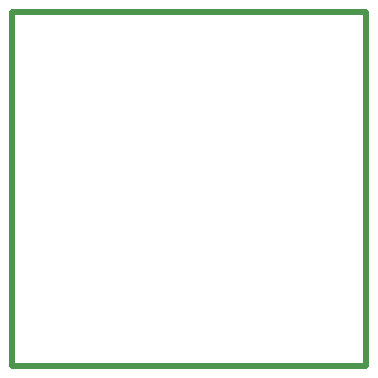
<source format=gbr>
G04 #@! TF.GenerationSoftware,KiCad,Pcbnew,(5.1.9)-1*
G04 #@! TF.CreationDate,2022-02-01T16:59:12-07:00*
G04 #@! TF.ProjectId,Limit_to_RJ11,4c696d69-745f-4746-9f5f-524a31312e6b,rev?*
G04 #@! TF.SameCoordinates,Original*
G04 #@! TF.FileFunction,Profile,NP*
%FSLAX46Y46*%
G04 Gerber Fmt 4.6, Leading zero omitted, Abs format (unit mm)*
G04 Created by KiCad (PCBNEW (5.1.9)-1) date 2022-02-01 16:59:12*
%MOMM*%
%LPD*%
G01*
G04 APERTURE LIST*
G04 #@! TA.AperFunction,Profile*
%ADD10C,0.500000*%
G04 #@! TD*
G04 APERTURE END LIST*
D10*
X0Y-30000000D02*
X30000000Y-30000000D01*
X30000000Y0D02*
X30000000Y-30000000D01*
X0Y0D02*
X0Y-30000000D01*
X0Y0D02*
X30000000Y0D01*
M02*

</source>
